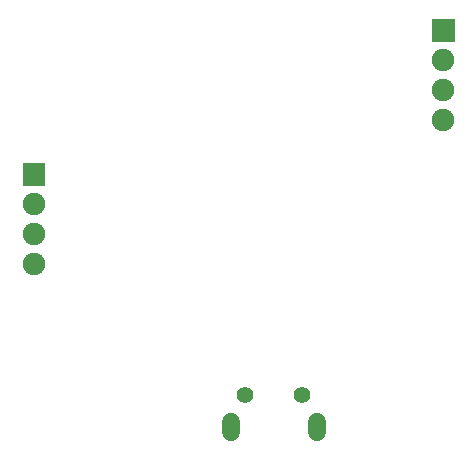
<source format=gbs>
G04 Layer: BottomSolderMaskLayer*
G04 EasyEDA v6.4.14, 2021-02-19T19:43:34--5:00*
G04 2728a531d0ad4e71a9f6f8894443a7d9,7db2125e4611476bb2993bf99425ef50,10*
G04 Gerber Generator version 0.2*
G04 Scale: 100 percent, Rotated: No, Reflected: No *
G04 Dimensions in millimeters *
G04 leading zeros omitted , absolute positions ,4 integer and 5 decimal *
%FSLAX45Y45*%
%MOMM*%

%ADD30C,1.5032*%
%ADD33C,1.9032*%
%ADD38C,1.4032*%

%LPD*%
D30*
X2925445Y265826D02*
G01*
X2925445Y175826D01*
X2201545Y265826D02*
G01*
X2201545Y175826D01*
G36*
X3903345Y3484245D02*
G01*
X3903345Y3674745D01*
X4093845Y3674745D01*
X4093845Y3484245D01*
G37*
D33*
G01*
X3998595Y3325495D03*
G01*
X3998595Y3071495D03*
G01*
X3998595Y2817495D03*
G36*
X436245Y2265045D02*
G01*
X436245Y2455545D01*
X626745Y2455545D01*
X626745Y2265045D01*
G37*
G01*
X531495Y2106295D03*
G01*
X531495Y1852295D03*
G01*
X531495Y1598295D03*
D38*
G01*
X2321001Y490829D03*
G01*
X2805988Y490829D03*
M02*

</source>
